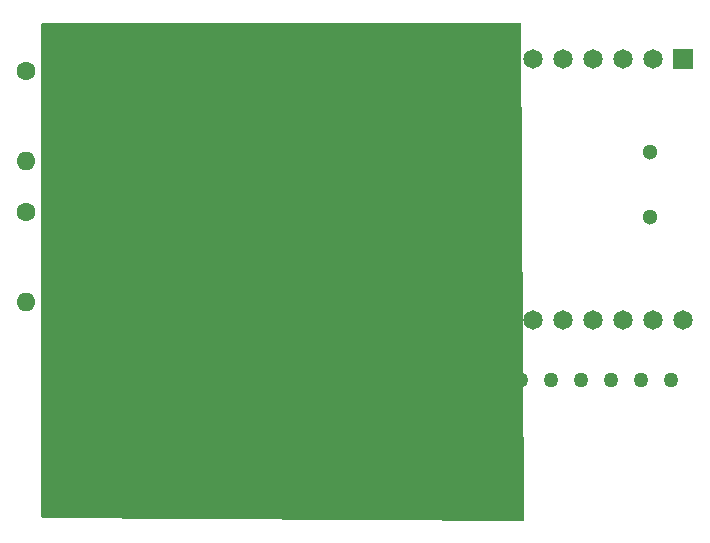
<source format=gbr>
%TF.GenerationSoftware,KiCad,Pcbnew,8.0.4*%
%TF.CreationDate,2024-08-01T20:05:25+05:30*%
%TF.ProjectId,Atmega32,41746d65-6761-4333-922e-6b696361645f,rev?*%
%TF.SameCoordinates,Original*%
%TF.FileFunction,Soldermask,Bot*%
%TF.FilePolarity,Negative*%
%FSLAX46Y46*%
G04 Gerber Fmt 4.6, Leading zero omitted, Abs format (unit mm)*
G04 Created by KiCad (PCBNEW 8.0.4) date 2024-08-01 20:05:25*
%MOMM*%
%LPD*%
G01*
G04 APERTURE LIST*
%ADD10C,1.498600*%
%ADD11R,1.651000X1.651000*%
%ADD12C,1.651000*%
%ADD13C,2.133600*%
%ADD14R,1.800000X1.800000*%
%ADD15C,1.800000*%
%ADD16C,1.600000*%
%ADD17O,1.600000X1.600000*%
%ADD18R,2.250000X2.250000*%
%ADD19C,2.250000*%
%ADD20C,1.270000*%
%ADD21C,1.300000*%
%ADD22C,1.193800*%
G04 APERTURE END LIST*
D10*
%TO.C,prog1*%
X144018000Y-52070000D03*
X141478000Y-52070000D03*
X144018000Y-54610000D03*
X141478000Y-54610000D03*
X144018000Y-57150000D03*
X141478000Y-57150000D03*
X144018000Y-59690000D03*
X141478000Y-59690000D03*
X144018000Y-62230000D03*
X141478000Y-62230000D03*
%TD*%
D11*
%TO.C,PA1*%
X191008000Y-41402000D03*
D12*
X188468000Y-41402000D03*
X185928000Y-41402000D03*
X183388000Y-41402000D03*
X180848000Y-41402000D03*
X178308000Y-41402000D03*
X175768000Y-41402000D03*
X173228000Y-41402000D03*
%TD*%
D13*
%TO.C,R3*%
X151130000Y-72390000D03*
X151130000Y-74930000D03*
X151130000Y-77470000D03*
%TD*%
D14*
%TO.C,D1*%
X143764000Y-70866000D03*
D15*
X143764000Y-73406000D03*
%TD*%
D11*
%TO.C,PD1*%
X150876000Y-63500000D03*
D12*
X153416000Y-63500000D03*
X155956000Y-63500000D03*
X158496000Y-63500000D03*
X161036000Y-63500000D03*
X163576000Y-63500000D03*
X166116000Y-63500000D03*
X168656000Y-63500000D03*
%TD*%
D16*
%TO.C,R1*%
X135382000Y-42418000D03*
D17*
X135382000Y-50038000D03*
%TD*%
D18*
%TO.C,SW1*%
X156158000Y-58420000D03*
D19*
X149658000Y-58420000D03*
%TD*%
D11*
%TO.C,PC1*%
X173228000Y-63500000D03*
D12*
X175768000Y-63500000D03*
X178308000Y-63500000D03*
X180848000Y-63500000D03*
X183388000Y-63500000D03*
X185928000Y-63500000D03*
X188468000Y-63500000D03*
X191008000Y-63500000D03*
%TD*%
D20*
%TO.C,lcd1*%
X156972000Y-68580000D03*
X159512000Y-68580000D03*
X162052000Y-68580000D03*
X164592000Y-68580000D03*
X167132000Y-68580000D03*
X169672000Y-68580000D03*
X172212000Y-68580000D03*
X174752000Y-68580000D03*
X177292000Y-68580000D03*
X179832000Y-68580000D03*
X182372000Y-68580000D03*
X184912000Y-68580000D03*
X187452000Y-68580000D03*
X189992000Y-68580000D03*
%TD*%
D21*
%TO.C,j1*%
X188214000Y-54820000D03*
X188214000Y-49320000D03*
%TD*%
D11*
%TO.C,PB1*%
X150622000Y-41402000D03*
D12*
X153162000Y-41402000D03*
X155702000Y-41402000D03*
X158242000Y-41402000D03*
X160782000Y-41402000D03*
X163322000Y-41402000D03*
X165862000Y-41402000D03*
X168402000Y-41402000D03*
%TD*%
D16*
%TO.C,R5*%
X135382000Y-54356000D03*
D17*
X135382000Y-61976000D03*
%TD*%
D20*
%TO.C,v1*%
X157226000Y-78486000D03*
X159766000Y-78486000D03*
X162306000Y-78486000D03*
X164846000Y-78486000D03*
%TD*%
D22*
%TO.C,Y1*%
X158750000Y-52832000D03*
X158750000Y-47951999D03*
%TD*%
D16*
%TO.C,R4*%
X139192000Y-41402000D03*
D17*
X146812000Y-41402000D03*
%TD*%
D20*
%TO.C,g1*%
X156972000Y-73660000D03*
X159512000Y-73660000D03*
X162052000Y-73660000D03*
X164592000Y-73660000D03*
%TD*%
D16*
%TO.C,R2*%
X146812000Y-77724000D03*
D17*
X139192000Y-77724000D03*
%TD*%
G36*
X177235783Y-38373685D02*
G01*
X177281538Y-38426489D01*
X177292742Y-38477253D01*
X177545243Y-80392475D01*
X177525962Y-80459632D01*
X177473435Y-80505704D01*
X177420475Y-80517220D01*
X136775230Y-80264765D01*
X136708314Y-80244664D01*
X136662888Y-80191577D01*
X136652000Y-80140767D01*
X136652000Y-38478000D01*
X136671685Y-38410961D01*
X136724489Y-38365206D01*
X136776000Y-38354000D01*
X177168744Y-38354000D01*
X177235783Y-38373685D01*
G37*
M02*

</source>
